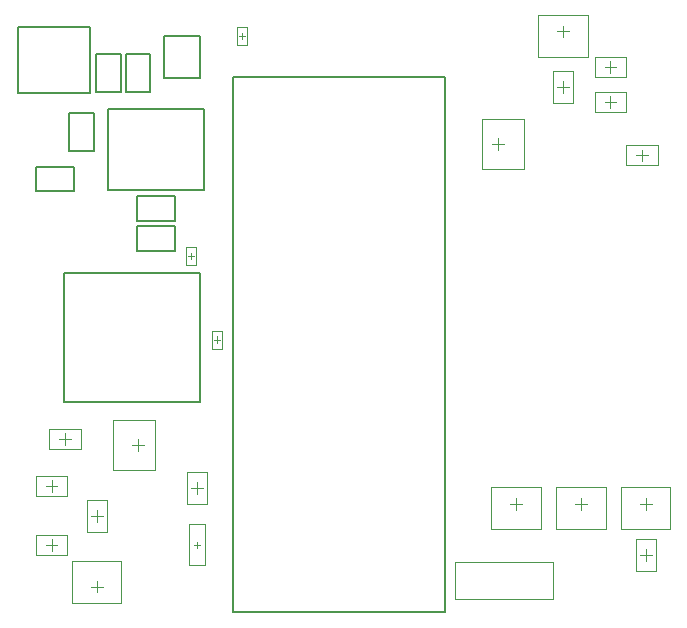
<source format=gbr>
G04*
G04 #@! TF.GenerationSoftware,Altium Limited,Altium Designer,24.6.1 (21)*
G04*
G04 Layer_Color=32768*
%FSLAX25Y25*%
%MOIN*%
G70*
G04*
G04 #@! TF.SameCoordinates,FB6864B3-348A-4B3C-8FDE-2C751703143F*
G04*
G04*
G04 #@! TF.FilePolarity,Positive*
G04*
G01*
G75*
%ADD13C,0.00394*%
%ADD14C,0.00787*%
%ADD66C,0.00197*%
D13*
X61910Y122047D02*
X64075D01*
X62992Y120965D02*
Y123130D01*
Y44587D02*
X66929D01*
X64961Y42618D02*
Y46555D01*
X70571Y94095D02*
X72736D01*
X71653Y93012D02*
Y95177D01*
X187008Y194882D02*
Y198819D01*
X185039Y196850D02*
X188976D01*
X202756Y183071D02*
Y187008D01*
X200787Y185039D02*
X204724D01*
X185039Y178445D02*
X188976D01*
X187008Y176476D02*
Y180413D01*
X163386Y159350D02*
X167323D01*
X165354Y157382D02*
Y161319D01*
X202756Y171260D02*
Y175197D01*
X200787Y173228D02*
X204724D01*
X213287Y153543D02*
Y157480D01*
X211319Y155512D02*
X215256D01*
X171358Y37402D02*
Y41339D01*
X169390Y39370D02*
X173327D01*
X192913Y37402D02*
Y41339D01*
X190945Y39370D02*
X194882D01*
X212500D02*
X216437D01*
X214469Y37402D02*
Y41339D01*
X29528Y35433D02*
X33465D01*
X31496Y33465D02*
Y37402D01*
X16437Y43307D02*
Y47244D01*
X14469Y45276D02*
X18406D01*
X16437Y23622D02*
Y27559D01*
X14469Y25591D02*
X18406D01*
X18996Y61024D02*
X22933D01*
X20965Y59055D02*
Y62992D01*
X45276Y57087D02*
Y61024D01*
X43307Y59055D02*
X47244D01*
X29528Y11811D02*
X33465D01*
X31496Y9843D02*
Y13780D01*
X64961Y24803D02*
Y26772D01*
X63976Y25787D02*
X65945D01*
X214567Y20374D02*
Y24311D01*
X212598Y22343D02*
X216535D01*
X78839Y195276D02*
X81004D01*
X79921Y194193D02*
Y196358D01*
D14*
X22243Y157087D02*
Y169685D01*
X30511D01*
Y157087D02*
Y169685D01*
X22243Y157087D02*
X30511D01*
X20669Y73442D02*
X65945D01*
X20669D02*
Y116355D01*
X65945D01*
Y73442D02*
Y116355D01*
X76811Y181663D02*
X147598D01*
Y3376D02*
Y181663D01*
X76811Y3376D02*
X147598D01*
X76811D02*
Y181663D01*
X53839Y181201D02*
Y195374D01*
Y181201D02*
X66043D01*
Y195374D01*
X53839D02*
X66043D01*
X35236Y171063D02*
X67126D01*
Y143898D02*
Y171063D01*
X35236Y143898D02*
X67126D01*
X35236D02*
Y171063D01*
X41142Y176772D02*
X49409D01*
Y189370D01*
X41142D02*
X49409D01*
X41142Y176772D02*
Y189370D01*
X31299Y176772D02*
X39567D01*
Y189370D01*
X31299D02*
X39567D01*
X31299Y176772D02*
Y189370D01*
X44882Y133661D02*
X57480D01*
X44882D02*
Y141929D01*
X57480D01*
Y133661D02*
Y141929D01*
X11417Y143504D02*
X24016D01*
X11417D02*
Y151772D01*
X24016D01*
Y143504D02*
Y151772D01*
X5116Y176279D02*
X29329D01*
X5116D02*
Y198327D01*
X29329D01*
Y176279D02*
Y198327D01*
X44882Y123819D02*
X57480D01*
X44882D02*
Y132087D01*
X57480D01*
Y123819D02*
Y132087D01*
D66*
X64567Y119095D02*
Y125000D01*
X61417Y119095D02*
Y125000D01*
X64567D01*
X61417Y119095D02*
X64567D01*
X61614Y39272D02*
Y49902D01*
X68307Y39272D02*
Y49902D01*
X61614Y39272D02*
X68307D01*
X61614Y49902D02*
X68307D01*
X73228Y91142D02*
Y97047D01*
X70079Y91142D02*
Y97047D01*
X73228D01*
X70079Y91142D02*
X73228D01*
X150787Y7697D02*
X183543D01*
X150787D02*
Y19862D01*
X183543D01*
Y7697D02*
Y19862D01*
X178740Y202362D02*
X195276D01*
X178740Y188386D02*
Y202362D01*
X195276Y188386D02*
Y202362D01*
X178740Y188386D02*
X195276D01*
X197441Y181693D02*
X208071D01*
X197441Y188386D02*
X208071D01*
Y181693D02*
Y188386D01*
X197441Y181693D02*
Y188386D01*
X190354Y173130D02*
Y183760D01*
X183661Y173130D02*
Y183760D01*
X190354D01*
X183661Y173130D02*
X190354D01*
X159843Y151083D02*
Y167618D01*
Y151083D02*
X173819D01*
X159843Y167618D02*
X173819D01*
Y151083D02*
Y167618D01*
X197441Y169882D02*
X208071D01*
X197441Y176575D02*
X208071D01*
Y169882D02*
Y176575D01*
X197441Y169882D02*
Y176575D01*
X207972Y158858D02*
X218602D01*
X207972Y152165D02*
X218602D01*
X207972D02*
Y158858D01*
X218602Y152165D02*
Y158858D01*
X163091Y44882D02*
X179626D01*
X163091Y30906D02*
Y44882D01*
X179626Y30906D02*
Y44882D01*
X163091Y30906D02*
X179626D01*
X184646Y44882D02*
X201181D01*
X184646Y30906D02*
Y44882D01*
X201181Y30906D02*
Y44882D01*
X184646Y30906D02*
X201181D01*
X206201D02*
X222736D01*
Y44882D01*
X206201Y30906D02*
Y44882D01*
X222736D01*
X28150Y30118D02*
Y40748D01*
X34843Y30118D02*
Y40748D01*
X28150Y30118D02*
X34843D01*
X28150Y40748D02*
X34843D01*
X11122Y48622D02*
X21752D01*
X11122Y41929D02*
X21752D01*
X11122D02*
Y48622D01*
X21752Y41929D02*
Y48622D01*
X11122Y22244D02*
X21752D01*
X11122Y28937D02*
X21752D01*
Y22244D02*
Y28937D01*
X11122Y22244D02*
Y28937D01*
X15650Y57677D02*
Y64370D01*
X26280Y57677D02*
Y64370D01*
X15650D02*
X26280D01*
X15650Y57677D02*
X26280D01*
X36811Y50787D02*
Y67323D01*
Y50787D02*
X50787D01*
X36811Y67323D02*
X50787D01*
Y50787D02*
Y67323D01*
X23228Y20276D02*
X39764D01*
X23228Y6299D02*
Y20276D01*
X39764Y6299D02*
Y20276D01*
X23228Y6299D02*
X39764D01*
X67716Y18898D02*
Y32677D01*
X62205D02*
X67716D01*
X62205Y18898D02*
Y32677D01*
Y18898D02*
X67716D01*
X211221Y17028D02*
X217913D01*
X211221Y27657D02*
X217913D01*
X211221Y17028D02*
Y27657D01*
X217913Y17028D02*
Y27657D01*
X81496Y192323D02*
Y198228D01*
X78347Y192323D02*
Y198228D01*
X81496D01*
X78347Y192323D02*
X81496D01*
M02*

</source>
